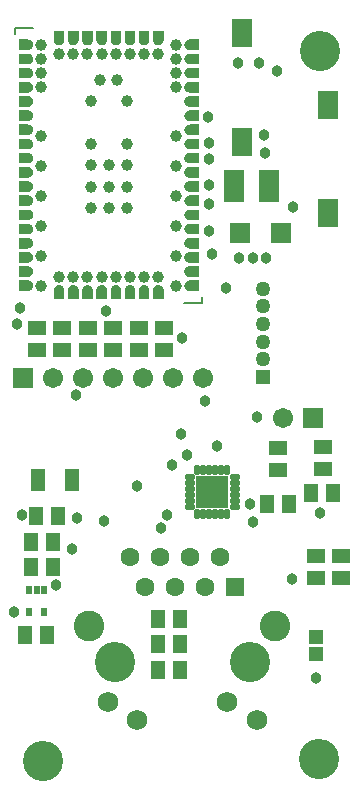
<source format=gts>
G04*
G04 #@! TF.GenerationSoftware,Altium Limited,Altium Designer,20.0.10 (225)*
G04*
G04 Layer_Color=8388736*
%FSLAX25Y25*%
%MOIN*%
G70*
G01*
G75*
%ADD12C,0.00787*%
%ADD29R,0.06300X0.04800*%
%ADD30R,0.04619X0.04737*%
%ADD31R,0.04800X0.06300*%
%ADD32R,0.04934X0.07572*%
%ADD33R,0.02375X0.03162*%
%ADD34R,0.06706X0.11036*%
%ADD35C,0.03950*%
%ADD36R,0.07099X0.09422*%
%ADD37R,0.10642X0.10642*%
G04:AMPARAMS|DCode=38|XSize=35.95mil|YSize=18.63mil|CornerRadius=7.72mil|HoleSize=0mil|Usage=FLASHONLY|Rotation=0.000|XOffset=0mil|YOffset=0mil|HoleType=Round|Shape=RoundedRectangle|*
%AMROUNDEDRECTD38*
21,1,0.03595,0.00319,0,0,0.0*
21,1,0.02051,0.01863,0,0,0.0*
1,1,0.01544,0.01026,-0.00160*
1,1,0.01544,-0.01026,-0.00160*
1,1,0.01544,-0.01026,0.00160*
1,1,0.01544,0.01026,0.00160*
%
%ADD38ROUNDEDRECTD38*%
G04:AMPARAMS|DCode=39|XSize=35.95mil|YSize=18.63mil|CornerRadius=7.72mil|HoleSize=0mil|Usage=FLASHONLY|Rotation=90.000|XOffset=0mil|YOffset=0mil|HoleType=Round|Shape=RoundedRectangle|*
%AMROUNDEDRECTD39*
21,1,0.03595,0.00319,0,0,90.0*
21,1,0.02051,0.01863,0,0,90.0*
1,1,0.01544,0.00160,0.01026*
1,1,0.01544,0.00160,-0.01026*
1,1,0.01544,-0.00160,-0.01026*
1,1,0.01544,-0.00160,0.01026*
%
%ADD39ROUNDEDRECTD39*%
%ADD40R,0.06706X0.06706*%
%ADD41R,0.06304X0.06304*%
%ADD42C,0.06304*%
%ADD43C,0.10249*%
%ADD44C,0.06824*%
%ADD45C,0.13398*%
%ADD46R,0.05000X0.05000*%
%ADD47C,0.05000*%
%ADD48C,0.06706*%
%ADD49C,0.03800*%
G36*
X8119Y177871D02*
X8212Y177864D01*
X8304Y177851D01*
X8395Y177835D01*
X8485Y177813D01*
X8574Y177787D01*
X8662Y177756D01*
X8747Y177720D01*
X8831Y177680D01*
X8912Y177636D01*
X8991Y177587D01*
X9068Y177535D01*
X9142Y177479D01*
X9212Y177418D01*
X9279Y177354D01*
X9343Y177287D01*
X9403Y177217D01*
X9460Y177143D01*
X9512Y177067D01*
X9561Y176988D01*
X9605Y176906D01*
X9645Y176822D01*
X9680Y176736D01*
X9712Y176649D01*
X9738Y176560D01*
X9759Y176470D01*
X9776Y176379D01*
X9788Y176287D01*
X9796Y176194D01*
X9798Y176102D01*
X9796Y176009D01*
X9788Y175916D01*
X9776Y175824D01*
X9759Y175733D01*
X9738Y175643D01*
X9712Y175554D01*
X9680Y175467D01*
X9645Y175381D01*
X9605Y175297D01*
X9561Y175216D01*
X9512Y175137D01*
X9460Y175060D01*
X9403Y174987D01*
X9343Y174916D01*
X9279Y174849D01*
X9212Y174785D01*
X9142Y174725D01*
X9068Y174668D01*
X8991Y174616D01*
X8912Y174567D01*
X8831Y174523D01*
X8747Y174483D01*
X8662Y174448D01*
X8574Y174417D01*
X8485Y174390D01*
X8395Y174369D01*
X8304Y174352D01*
X8212Y174340D01*
X8119Y174332D01*
X8027Y174330D01*
X5074D01*
Y177873D01*
X8027D01*
X8119Y177871D01*
D02*
G37*
G36*
Y173146D02*
X8212Y173139D01*
X8304Y173127D01*
X8395Y173110D01*
X8485Y173089D01*
X8574Y173062D01*
X8662Y173031D01*
X8747Y172996D01*
X8831Y172956D01*
X8912Y172912D01*
X8991Y172863D01*
X9068Y172810D01*
X9142Y172754D01*
X9212Y172694D01*
X9279Y172630D01*
X9343Y172563D01*
X9403Y172492D01*
X9460Y172419D01*
X9512Y172342D01*
X9561Y172263D01*
X9605Y172181D01*
X9645Y172098D01*
X9680Y172012D01*
X9712Y171925D01*
X9738Y171836D01*
X9759Y171746D01*
X9776Y171654D01*
X9788Y171562D01*
X9796Y171470D01*
X9798Y171377D01*
X9796Y171284D01*
X9788Y171192D01*
X9776Y171100D01*
X9759Y171009D01*
X9738Y170919D01*
X9712Y170830D01*
X9680Y170742D01*
X9645Y170657D01*
X9605Y170573D01*
X9561Y170491D01*
X9512Y170412D01*
X9460Y170336D01*
X9403Y170262D01*
X9343Y170192D01*
X9279Y170124D01*
X9212Y170061D01*
X9142Y170000D01*
X9068Y169944D01*
X8991Y169891D01*
X8912Y169843D01*
X8831Y169799D01*
X8747Y169759D01*
X8662Y169723D01*
X8574Y169692D01*
X8485Y169666D01*
X8395Y169644D01*
X8304Y169627D01*
X8212Y169615D01*
X8119Y169608D01*
X8027Y169606D01*
X5074D01*
Y173149D01*
X8027D01*
X8119Y173146D01*
D02*
G37*
G36*
X18552Y171572D02*
X18645Y171564D01*
X18737Y171552D01*
X18828Y171535D01*
X18918Y171514D01*
X19007Y171487D01*
X19094Y171456D01*
X19180Y171421D01*
X19264Y171381D01*
X19345Y171337D01*
X19424Y171288D01*
X19501Y171236D01*
X19575Y171179D01*
X19645Y171119D01*
X19712Y171055D01*
X19776Y170988D01*
X19836Y170917D01*
X19893Y170844D01*
X19945Y170767D01*
X19994Y170688D01*
X20038Y170607D01*
X20078Y170523D01*
X20114Y170437D01*
X20145Y170350D01*
X20171Y170261D01*
X20193Y170171D01*
X20210Y170080D01*
X20222Y169988D01*
X20229Y169895D01*
X20231Y169802D01*
Y166850D01*
X16688D01*
Y169802D01*
X16690Y169895D01*
X16698Y169988D01*
X16710Y170080D01*
X16727Y170171D01*
X16748Y170261D01*
X16775Y170350D01*
X16806Y170437D01*
X16841Y170523D01*
X16881Y170607D01*
X16925Y170688D01*
X16974Y170767D01*
X17026Y170844D01*
X17083Y170917D01*
X17143Y170988D01*
X17207Y171055D01*
X17274Y171119D01*
X17345Y171179D01*
X17418Y171236D01*
X17495Y171288D01*
X17574Y171337D01*
X17655Y171381D01*
X17739Y171421D01*
X17825Y171456D01*
X17912Y171487D01*
X18001Y171514D01*
X18091Y171535D01*
X18182Y171552D01*
X18274Y171564D01*
X18367Y171572D01*
X18460Y171574D01*
X18552Y171572D01*
D02*
G37*
G36*
X21415Y169895D02*
X21422Y169988D01*
X21434Y170080D01*
X21451Y170171D01*
X21473Y170261D01*
X21499Y170350D01*
X21530Y170437D01*
X21565Y170523D01*
X21606Y170607D01*
X21650Y170688D01*
X21698Y170767D01*
X21751Y170844D01*
X21807Y170917D01*
X21867Y170988D01*
X21931Y171055D01*
X21999Y171119D01*
X22069Y171179D01*
X22143Y171236D01*
X22219Y171288D01*
X22298Y171337D01*
X22380Y171381D01*
X22463Y171421D01*
X22549Y171456D01*
X22637Y171487D01*
X22726Y171514D01*
X22816Y171535D01*
X22907Y171552D01*
X22999Y171564D01*
X23091Y171572D01*
X23184Y171574D01*
X23277Y171572D01*
X23369Y171564D01*
X23461Y171552D01*
X23552Y171535D01*
X23643Y171514D01*
X23731Y171487D01*
X23819Y171456D01*
X23905Y171421D01*
X23988Y171381D01*
X24070Y171337D01*
X24149Y171288D01*
X24225Y171236D01*
X24299Y171179D01*
X24370Y171119D01*
X24437Y171055D01*
X24501Y170988D01*
X24561Y170917D01*
X24617Y170844D01*
X24670Y170767D01*
X24718Y170688D01*
X24763Y170607D01*
X24803Y170523D01*
X24838Y170437D01*
X24869Y170350D01*
X24895Y170261D01*
X24917Y170171D01*
X24934Y170080D01*
X24946Y169988D01*
X24953Y169895D01*
X24956Y169802D01*
Y166850D01*
X21412D01*
Y169802D01*
X21415Y169895D01*
D02*
G37*
G36*
X26139D02*
X26147Y169988D01*
X26159Y170080D01*
X26175Y170171D01*
X26197Y170261D01*
X26223Y170350D01*
X26254Y170437D01*
X26290Y170523D01*
X26330Y170607D01*
X26374Y170688D01*
X26423Y170767D01*
X26475Y170844D01*
X26532Y170917D01*
X26592Y170988D01*
X26656Y171055D01*
X26723Y171119D01*
X26794Y171179D01*
X26867Y171236D01*
X26943Y171288D01*
X27023Y171337D01*
X27104Y171381D01*
X27188Y171421D01*
X27273Y171456D01*
X27361Y171487D01*
X27450Y171514D01*
X27540Y171535D01*
X27631Y171552D01*
X27723Y171564D01*
X27816Y171572D01*
X27908Y171574D01*
X28001Y171572D01*
X28094Y171564D01*
X28186Y171552D01*
X28277Y171535D01*
X28367Y171514D01*
X28456Y171487D01*
X28543Y171456D01*
X28629Y171421D01*
X28713Y171381D01*
X28794Y171337D01*
X28873Y171288D01*
X28950Y171236D01*
X29023Y171179D01*
X29094Y171119D01*
X29161Y171055D01*
X29225Y170988D01*
X29285Y170917D01*
X29342Y170844D01*
X29394Y170767D01*
X29443Y170688D01*
X29487Y170607D01*
X29527Y170523D01*
X29562Y170437D01*
X29593Y170350D01*
X29620Y170261D01*
X29641Y170171D01*
X29658Y170080D01*
X29670Y169988D01*
X29678Y169895D01*
X29680Y169802D01*
Y166850D01*
X26137D01*
Y169802D01*
X26139Y169895D01*
D02*
G37*
G36*
X30864D02*
X30871Y169988D01*
X30883Y170080D01*
X30900Y170171D01*
X30922Y170261D01*
X30948Y170350D01*
X30979Y170437D01*
X31014Y170523D01*
X31054Y170607D01*
X31099Y170688D01*
X31147Y170767D01*
X31199Y170844D01*
X31256Y170917D01*
X31316Y170988D01*
X31380Y171055D01*
X31447Y171119D01*
X31518Y171179D01*
X31591Y171236D01*
X31668Y171288D01*
X31747Y171337D01*
X31828Y171381D01*
X31912Y171421D01*
X31998Y171456D01*
X32085Y171487D01*
X32174Y171514D01*
X32265Y171535D01*
X32356Y171552D01*
X32448Y171564D01*
X32540Y171572D01*
X32633Y171574D01*
X32726Y171572D01*
X32818Y171564D01*
X32910Y171552D01*
X33001Y171535D01*
X33091Y171514D01*
X33180Y171487D01*
X33268Y171456D01*
X33353Y171421D01*
X33437Y171381D01*
X33519Y171337D01*
X33598Y171288D01*
X33674Y171236D01*
X33748Y171179D01*
X33818Y171119D01*
X33886Y171055D01*
X33949Y170988D01*
X34010Y170917D01*
X34066Y170844D01*
X34119Y170767D01*
X34167Y170688D01*
X34211Y170607D01*
X34251Y170523D01*
X34287Y170437D01*
X34318Y170350D01*
X34344Y170261D01*
X34366Y170171D01*
X34383Y170080D01*
X34395Y169988D01*
X34402Y169895D01*
X34405Y169802D01*
Y166850D01*
X30861D01*
Y169802D01*
X30864Y169895D01*
D02*
G37*
G36*
X8027Y182598D02*
X8119Y182595D01*
X8212Y182588D01*
X8304Y182576D01*
X8395Y182559D01*
X8485Y182537D01*
X8574Y182511D01*
X8662Y182480D01*
X8747Y182445D01*
X8831Y182405D01*
X8912Y182360D01*
X8991Y182312D01*
X9068Y182259D01*
X9142Y182203D01*
X9212Y182143D01*
X9279Y182079D01*
X9343Y182011D01*
X9403Y181941D01*
X9460Y181867D01*
X9512Y181791D01*
X9561Y181712D01*
X9605Y181630D01*
X9645Y181547D01*
X9680Y181461D01*
X9712Y181374D01*
X9738Y181285D01*
X9759Y181194D01*
X9776Y181103D01*
X9788Y181011D01*
X9796Y180919D01*
X9798Y180826D01*
X9796Y180733D01*
X9788Y180641D01*
X9776Y180549D01*
X9759Y180458D01*
X9738Y180368D01*
X9712Y180279D01*
X9680Y180191D01*
X9645Y180105D01*
X9605Y180022D01*
X9561Y179940D01*
X9512Y179861D01*
X9460Y179785D01*
X9403Y179711D01*
X9343Y179641D01*
X9279Y179573D01*
X9212Y179509D01*
X9142Y179449D01*
X9068Y179393D01*
X8991Y179340D01*
X8912Y179292D01*
X8831Y179247D01*
X8747Y179208D01*
X8662Y179172D01*
X8574Y179141D01*
X8485Y179115D01*
X8395Y179093D01*
X8304Y179076D01*
X8212Y179064D01*
X8119Y179057D01*
X8027Y179054D01*
X5074D01*
Y182598D01*
X8027D01*
D02*
G37*
G36*
Y187322D02*
X8119Y187320D01*
X8212Y187312D01*
X8304Y187300D01*
X8395Y187283D01*
X8485Y187262D01*
X8574Y187235D01*
X8662Y187204D01*
X8747Y187169D01*
X8831Y187129D01*
X8912Y187085D01*
X8991Y187036D01*
X9068Y186984D01*
X9142Y186927D01*
X9212Y186867D01*
X9279Y186803D01*
X9343Y186736D01*
X9403Y186665D01*
X9460Y186592D01*
X9512Y186515D01*
X9561Y186436D01*
X9605Y186355D01*
X9645Y186271D01*
X9680Y186185D01*
X9712Y186098D01*
X9738Y186009D01*
X9759Y185919D01*
X9776Y185828D01*
X9788Y185736D01*
X9796Y185643D01*
X9798Y185550D01*
X9796Y185458D01*
X9788Y185365D01*
X9776Y185273D01*
X9759Y185182D01*
X9738Y185092D01*
X9712Y185003D01*
X9680Y184915D01*
X9645Y184830D01*
X9605Y184746D01*
X9561Y184665D01*
X9512Y184585D01*
X9460Y184509D01*
X9403Y184435D01*
X9343Y184365D01*
X9279Y184298D01*
X9212Y184234D01*
X9142Y184174D01*
X9068Y184117D01*
X8991Y184065D01*
X8912Y184016D01*
X8831Y183972D01*
X8747Y183932D01*
X8662Y183897D01*
X8574Y183865D01*
X8485Y183839D01*
X8395Y183818D01*
X8304Y183801D01*
X8212Y183789D01*
X8119Y183781D01*
X8027Y183779D01*
X5074D01*
Y187322D01*
X8027D01*
D02*
G37*
G36*
Y192046D02*
X8119Y192044D01*
X8212Y192037D01*
X8304Y192025D01*
X8395Y192008D01*
X8485Y191986D01*
X8574Y191960D01*
X8662Y191929D01*
X8747Y191893D01*
X8831Y191853D01*
X8912Y191809D01*
X8991Y191761D01*
X9068Y191708D01*
X9142Y191652D01*
X9212Y191592D01*
X9279Y191528D01*
X9343Y191460D01*
X9403Y191390D01*
X9460Y191316D01*
X9512Y191240D01*
X9561Y191161D01*
X9605Y191079D01*
X9645Y190996D01*
X9680Y190910D01*
X9712Y190822D01*
X9738Y190733D01*
X9759Y190643D01*
X9776Y190552D01*
X9788Y190460D01*
X9796Y190368D01*
X9798Y190275D01*
X9796Y190182D01*
X9788Y190090D01*
X9776Y189998D01*
X9759Y189907D01*
X9738Y189816D01*
X9712Y189727D01*
X9680Y189640D01*
X9645Y189554D01*
X9605Y189471D01*
X9561Y189389D01*
X9512Y189310D01*
X9460Y189234D01*
X9403Y189160D01*
X9343Y189089D01*
X9279Y189022D01*
X9212Y188958D01*
X9142Y188898D01*
X9068Y188842D01*
X8991Y188789D01*
X8912Y188741D01*
X8831Y188696D01*
X8747Y188656D01*
X8662Y188621D01*
X8574Y188590D01*
X8485Y188564D01*
X8395Y188542D01*
X8304Y188525D01*
X8212Y188513D01*
X8119Y188506D01*
X8027Y188503D01*
X5074D01*
Y192046D01*
X8027D01*
D02*
G37*
G36*
Y196771D02*
X8119Y196768D01*
X8212Y196761D01*
X8304Y196749D01*
X8395Y196732D01*
X8485Y196711D01*
X8574Y196684D01*
X8662Y196653D01*
X8747Y196618D01*
X8831Y196578D01*
X8912Y196534D01*
X8991Y196485D01*
X9068Y196433D01*
X9142Y196376D01*
X9212Y196316D01*
X9279Y196252D01*
X9343Y196185D01*
X9403Y196114D01*
X9460Y196041D01*
X9512Y195964D01*
X9561Y195885D01*
X9605Y195804D01*
X9645Y195720D01*
X9680Y195634D01*
X9712Y195547D01*
X9738Y195458D01*
X9759Y195368D01*
X9776Y195276D01*
X9788Y195185D01*
X9796Y195092D01*
X9798Y194999D01*
X9796Y194906D01*
X9788Y194814D01*
X9776Y194722D01*
X9759Y194631D01*
X9738Y194541D01*
X9712Y194452D01*
X9680Y194364D01*
X9645Y194279D01*
X9605Y194195D01*
X9561Y194113D01*
X9512Y194034D01*
X9460Y193958D01*
X9403Y193884D01*
X9343Y193814D01*
X9279Y193746D01*
X9212Y193683D01*
X9142Y193622D01*
X9068Y193566D01*
X8991Y193513D01*
X8912Y193465D01*
X8831Y193421D01*
X8747Y193381D01*
X8662Y193345D01*
X8574Y193314D01*
X8485Y193288D01*
X8395Y193266D01*
X8304Y193249D01*
X8212Y193237D01*
X8119Y193230D01*
X8027Y193228D01*
X5074D01*
Y196771D01*
X8027D01*
D02*
G37*
G36*
Y201495D02*
X8119Y201493D01*
X8212Y201486D01*
X8304Y201473D01*
X8395Y201457D01*
X8485Y201435D01*
X8574Y201409D01*
X8662Y201378D01*
X8747Y201342D01*
X8831Y201302D01*
X8912Y201258D01*
X8991Y201209D01*
X9068Y201157D01*
X9142Y201100D01*
X9212Y201040D01*
X9279Y200976D01*
X9343Y200909D01*
X9403Y200839D01*
X9460Y200765D01*
X9512Y200689D01*
X9561Y200609D01*
X9605Y200528D01*
X9645Y200444D01*
X9680Y200359D01*
X9712Y200271D01*
X9738Y200182D01*
X9759Y200092D01*
X9776Y200001D01*
X9788Y199909D01*
X9796Y199816D01*
X9798Y199724D01*
X9796Y199631D01*
X9788Y199539D01*
X9776Y199446D01*
X9759Y199355D01*
X9738Y199265D01*
X9712Y199176D01*
X9680Y199089D01*
X9645Y199003D01*
X9605Y198919D01*
X9561Y198838D01*
X9512Y198759D01*
X9460Y198682D01*
X9403Y198609D01*
X9343Y198538D01*
X9279Y198471D01*
X9212Y198407D01*
X9142Y198347D01*
X9068Y198290D01*
X8991Y198238D01*
X8912Y198189D01*
X8831Y198145D01*
X8747Y198105D01*
X8662Y198070D01*
X8574Y198039D01*
X8485Y198012D01*
X8395Y197991D01*
X8304Y197974D01*
X8212Y197962D01*
X8119Y197954D01*
X8027Y197952D01*
X5074D01*
Y201495D01*
X8027D01*
D02*
G37*
G36*
Y206220D02*
X8119Y206217D01*
X8212Y206210D01*
X8304Y206198D01*
X8395Y206181D01*
X8485Y206159D01*
X8574Y206133D01*
X8662Y206102D01*
X8747Y206067D01*
X8831Y206027D01*
X8912Y205982D01*
X8991Y205934D01*
X9068Y205881D01*
X9142Y205825D01*
X9212Y205765D01*
X9279Y205701D01*
X9343Y205634D01*
X9403Y205563D01*
X9460Y205489D01*
X9512Y205413D01*
X9561Y205334D01*
X9605Y205252D01*
X9645Y205169D01*
X9680Y205083D01*
X9712Y204996D01*
X9738Y204907D01*
X9759Y204816D01*
X9776Y204725D01*
X9788Y204633D01*
X9796Y204541D01*
X9798Y204448D01*
X9796Y204355D01*
X9788Y204263D01*
X9776Y204171D01*
X9759Y204080D01*
X9738Y203990D01*
X9712Y203901D01*
X9680Y203813D01*
X9645Y203728D01*
X9605Y203644D01*
X9561Y203562D01*
X9512Y203483D01*
X9460Y203407D01*
X9403Y203333D01*
X9343Y203263D01*
X9279Y203195D01*
X9212Y203132D01*
X9142Y203071D01*
X9068Y203015D01*
X8991Y202962D01*
X8912Y202914D01*
X8831Y202870D01*
X8747Y202830D01*
X8662Y202794D01*
X8574Y202763D01*
X8485Y202737D01*
X8395Y202715D01*
X8304Y202698D01*
X8212Y202686D01*
X8119Y202679D01*
X8027Y202676D01*
X5074D01*
Y206220D01*
X8027D01*
D02*
G37*
G36*
Y210944D02*
X8119Y210942D01*
X8212Y210934D01*
X8304Y210922D01*
X8395Y210905D01*
X8485Y210884D01*
X8574Y210857D01*
X8662Y210826D01*
X8747Y210791D01*
X8831Y210751D01*
X8912Y210707D01*
X8991Y210658D01*
X9068Y210606D01*
X9142Y210549D01*
X9212Y210489D01*
X9279Y210425D01*
X9343Y210358D01*
X9403Y210287D01*
X9460Y210214D01*
X9512Y210137D01*
X9561Y210058D01*
X9605Y209977D01*
X9645Y209893D01*
X9680Y209807D01*
X9712Y209720D01*
X9738Y209631D01*
X9759Y209541D01*
X9776Y209450D01*
X9788Y209358D01*
X9796Y209265D01*
X9798Y209173D01*
X9796Y209080D01*
X9788Y208987D01*
X9776Y208895D01*
X9759Y208804D01*
X9738Y208714D01*
X9712Y208625D01*
X9680Y208538D01*
X9645Y208452D01*
X9605Y208368D01*
X9561Y208287D01*
X9512Y208208D01*
X9460Y208131D01*
X9403Y208058D01*
X9343Y207987D01*
X9279Y207920D01*
X9212Y207856D01*
X9142Y207796D01*
X9068Y207739D01*
X8991Y207687D01*
X8912Y207638D01*
X8831Y207594D01*
X8747Y207554D01*
X8662Y207519D01*
X8574Y207488D01*
X8485Y207461D01*
X8395Y207440D01*
X8304Y207423D01*
X8212Y207411D01*
X8119Y207403D01*
X8027Y207401D01*
X5074D01*
Y210944D01*
X8027D01*
D02*
G37*
G36*
X35588Y169895D02*
X35595Y169988D01*
X35607Y170080D01*
X35624Y170171D01*
X35646Y170261D01*
X35672Y170350D01*
X35703Y170437D01*
X35739Y170523D01*
X35779Y170607D01*
X35823Y170688D01*
X35871Y170767D01*
X35924Y170844D01*
X35980Y170917D01*
X36041Y170988D01*
X36105Y171055D01*
X36172Y171119D01*
X36242Y171179D01*
X36316Y171236D01*
X36392Y171288D01*
X36471Y171337D01*
X36553Y171381D01*
X36637Y171421D01*
X36722Y171456D01*
X36810Y171487D01*
X36899Y171514D01*
X36989Y171535D01*
X37080Y171552D01*
X37172Y171564D01*
X37264Y171572D01*
X37357Y171574D01*
X37450Y171572D01*
X37542Y171564D01*
X37634Y171552D01*
X37726Y171535D01*
X37816Y171514D01*
X37905Y171487D01*
X37992Y171456D01*
X38078Y171421D01*
X38162Y171381D01*
X38243Y171337D01*
X38322Y171288D01*
X38399Y171236D01*
X38472Y171179D01*
X38543Y171119D01*
X38610Y171055D01*
X38674Y170988D01*
X38734Y170917D01*
X38791Y170844D01*
X38843Y170767D01*
X38892Y170688D01*
X38936Y170607D01*
X38976Y170523D01*
X39011Y170437D01*
X39042Y170350D01*
X39068Y170261D01*
X39090Y170171D01*
X39107Y170080D01*
X39119Y169988D01*
X39127Y169895D01*
X39129Y169802D01*
Y166850D01*
X35586D01*
Y169802D01*
X35588Y169895D01*
D02*
G37*
G36*
X40312D02*
X40320Y169988D01*
X40332Y170080D01*
X40349Y170171D01*
X40370Y170261D01*
X40397Y170350D01*
X40428Y170437D01*
X40463Y170523D01*
X40503Y170607D01*
X40547Y170688D01*
X40596Y170767D01*
X40648Y170844D01*
X40705Y170917D01*
X40765Y170988D01*
X40829Y171055D01*
X40896Y171119D01*
X40967Y171179D01*
X41040Y171236D01*
X41117Y171288D01*
X41196Y171337D01*
X41277Y171381D01*
X41361Y171421D01*
X41447Y171456D01*
X41534Y171487D01*
X41623Y171514D01*
X41713Y171535D01*
X41805Y171552D01*
X41897Y171564D01*
X41989Y171572D01*
X42082Y171574D01*
X42174Y171572D01*
X42267Y171564D01*
X42359Y171552D01*
X42450Y171535D01*
X42540Y171514D01*
X42629Y171487D01*
X42717Y171456D01*
X42802Y171421D01*
X42886Y171381D01*
X42968Y171337D01*
X43047Y171288D01*
X43123Y171236D01*
X43197Y171179D01*
X43267Y171119D01*
X43334Y171055D01*
X43398Y170988D01*
X43459Y170917D01*
X43515Y170844D01*
X43567Y170767D01*
X43616Y170688D01*
X43660Y170607D01*
X43700Y170523D01*
X43736Y170437D01*
X43767Y170350D01*
X43793Y170261D01*
X43815Y170171D01*
X43832Y170080D01*
X43844Y169988D01*
X43851Y169895D01*
X43853Y169802D01*
Y166850D01*
X40310D01*
Y169802D01*
X40312Y169895D01*
D02*
G37*
G36*
X45037D02*
X45044Y169988D01*
X45056Y170080D01*
X45073Y170171D01*
X45095Y170261D01*
X45121Y170350D01*
X45152Y170437D01*
X45188Y170523D01*
X45228Y170607D01*
X45272Y170688D01*
X45320Y170767D01*
X45373Y170844D01*
X45429Y170917D01*
X45489Y170988D01*
X45553Y171055D01*
X45621Y171119D01*
X45691Y171179D01*
X45765Y171236D01*
X45841Y171288D01*
X45920Y171337D01*
X46002Y171381D01*
X46086Y171421D01*
X46171Y171456D01*
X46259Y171487D01*
X46347Y171514D01*
X46438Y171535D01*
X46529Y171552D01*
X46621Y171564D01*
X46713Y171572D01*
X46806Y171574D01*
X46899Y171572D01*
X46991Y171564D01*
X47083Y171552D01*
X47174Y171535D01*
X47265Y171514D01*
X47354Y171487D01*
X47441Y171456D01*
X47527Y171421D01*
X47610Y171381D01*
X47692Y171337D01*
X47771Y171288D01*
X47847Y171236D01*
X47921Y171179D01*
X47991Y171119D01*
X48059Y171055D01*
X48123Y170988D01*
X48183Y170917D01*
X48239Y170844D01*
X48292Y170767D01*
X48340Y170688D01*
X48385Y170607D01*
X48425Y170523D01*
X48460Y170437D01*
X48491Y170350D01*
X48517Y170261D01*
X48539Y170171D01*
X48556Y170080D01*
X48568Y169988D01*
X48575Y169895D01*
X48578Y169802D01*
Y166850D01*
X45034D01*
Y169802D01*
X45037Y169895D01*
D02*
G37*
G36*
X49761D02*
X49768Y169988D01*
X49781Y170080D01*
X49797Y170171D01*
X49819Y170261D01*
X49845Y170350D01*
X49876Y170437D01*
X49912Y170523D01*
X49952Y170607D01*
X49996Y170688D01*
X50045Y170767D01*
X50097Y170844D01*
X50154Y170917D01*
X50214Y170988D01*
X50278Y171055D01*
X50345Y171119D01*
X50416Y171179D01*
X50489Y171236D01*
X50566Y171288D01*
X50645Y171337D01*
X50726Y171381D01*
X50810Y171421D01*
X50896Y171456D01*
X50983Y171487D01*
X51072Y171514D01*
X51162Y171535D01*
X51253Y171552D01*
X51345Y171564D01*
X51438Y171572D01*
X51530Y171574D01*
X51623Y171572D01*
X51716Y171564D01*
X51808Y171552D01*
X51899Y171535D01*
X51989Y171514D01*
X52078Y171487D01*
X52165Y171456D01*
X52251Y171421D01*
X52335Y171381D01*
X52416Y171337D01*
X52495Y171288D01*
X52572Y171236D01*
X52645Y171179D01*
X52716Y171119D01*
X52783Y171055D01*
X52847Y170988D01*
X52907Y170917D01*
X52964Y170844D01*
X53016Y170767D01*
X53065Y170688D01*
X53109Y170607D01*
X53149Y170523D01*
X53184Y170437D01*
X53215Y170350D01*
X53242Y170261D01*
X53263Y170171D01*
X53280Y170080D01*
X53292Y169988D01*
X53300Y169895D01*
X53302Y169802D01*
Y166850D01*
X49759D01*
Y169802D01*
X49761Y169895D01*
D02*
G37*
G36*
X60194Y171470D02*
X60202Y171562D01*
X60214Y171654D01*
X60231Y171746D01*
X60252Y171836D01*
X60279Y171925D01*
X60310Y172012D01*
X60345Y172098D01*
X60385Y172181D01*
X60429Y172263D01*
X60478Y172342D01*
X60530Y172419D01*
X60587Y172492D01*
X60647Y172563D01*
X60711Y172630D01*
X60778Y172694D01*
X60849Y172754D01*
X60922Y172810D01*
X60999Y172863D01*
X61078Y172912D01*
X61159Y172956D01*
X61243Y172996D01*
X61329Y173031D01*
X61416Y173062D01*
X61505Y173089D01*
X61595Y173110D01*
X61686Y173127D01*
X61778Y173139D01*
X61871Y173146D01*
X61963Y173149D01*
X64916D01*
Y169606D01*
X61963D01*
X61871Y169608D01*
X61778Y169615D01*
X61686Y169627D01*
X61595Y169644D01*
X61505Y169666D01*
X61416Y169692D01*
X61329Y169723D01*
X61243Y169759D01*
X61159Y169799D01*
X61078Y169843D01*
X60999Y169891D01*
X60922Y169944D01*
X60849Y170000D01*
X60778Y170061D01*
X60711Y170124D01*
X60647Y170192D01*
X60587Y170262D01*
X60530Y170336D01*
X60478Y170412D01*
X60429Y170491D01*
X60385Y170573D01*
X60345Y170657D01*
X60310Y170742D01*
X60279Y170830D01*
X60252Y170919D01*
X60231Y171009D01*
X60214Y171100D01*
X60202Y171192D01*
X60194Y171284D01*
X60192Y171377D01*
X60194Y171470D01*
D02*
G37*
G36*
Y176194D02*
X60202Y176287D01*
X60214Y176379D01*
X60231Y176470D01*
X60252Y176560D01*
X60279Y176649D01*
X60310Y176736D01*
X60345Y176822D01*
X60385Y176906D01*
X60429Y176988D01*
X60478Y177067D01*
X60530Y177143D01*
X60587Y177217D01*
X60647Y177287D01*
X60711Y177354D01*
X60778Y177418D01*
X60849Y177479D01*
X60922Y177535D01*
X60999Y177587D01*
X61078Y177636D01*
X61159Y177680D01*
X61243Y177720D01*
X61329Y177756D01*
X61416Y177787D01*
X61505Y177813D01*
X61595Y177835D01*
X61686Y177851D01*
X61778Y177864D01*
X61871Y177871D01*
X61963Y177873D01*
X64916D01*
Y174330D01*
X61963D01*
X61871Y174332D01*
X61778Y174340D01*
X61686Y174352D01*
X61595Y174369D01*
X61505Y174390D01*
X61416Y174417D01*
X61329Y174448D01*
X61243Y174483D01*
X61159Y174523D01*
X61078Y174567D01*
X60999Y174616D01*
X60922Y174668D01*
X60849Y174725D01*
X60778Y174785D01*
X60711Y174849D01*
X60647Y174916D01*
X60587Y174987D01*
X60530Y175060D01*
X60478Y175137D01*
X60429Y175216D01*
X60385Y175297D01*
X60345Y175381D01*
X60310Y175467D01*
X60279Y175554D01*
X60252Y175643D01*
X60231Y175733D01*
X60214Y175824D01*
X60202Y175916D01*
X60194Y176009D01*
X60192Y176102D01*
X60194Y176194D01*
D02*
G37*
G36*
Y180919D02*
X60202Y181011D01*
X60214Y181103D01*
X60231Y181194D01*
X60252Y181285D01*
X60279Y181374D01*
X60310Y181461D01*
X60345Y181547D01*
X60385Y181630D01*
X60429Y181712D01*
X60478Y181791D01*
X60530Y181867D01*
X60587Y181941D01*
X60647Y182011D01*
X60711Y182079D01*
X60778Y182143D01*
X60849Y182203D01*
X60922Y182259D01*
X60999Y182312D01*
X61078Y182360D01*
X61159Y182405D01*
X61243Y182445D01*
X61329Y182480D01*
X61416Y182511D01*
X61505Y182537D01*
X61595Y182559D01*
X61686Y182576D01*
X61778Y182588D01*
X61871Y182595D01*
X61963Y182598D01*
X64916D01*
Y179054D01*
X61963D01*
X61871Y179057D01*
X61778Y179064D01*
X61686Y179076D01*
X61595Y179093D01*
X61505Y179115D01*
X61416Y179141D01*
X61329Y179172D01*
X61243Y179208D01*
X61159Y179247D01*
X61078Y179292D01*
X60999Y179340D01*
X60922Y179393D01*
X60849Y179449D01*
X60778Y179509D01*
X60711Y179573D01*
X60647Y179641D01*
X60587Y179711D01*
X60530Y179785D01*
X60478Y179861D01*
X60429Y179940D01*
X60385Y180022D01*
X60345Y180105D01*
X60310Y180191D01*
X60279Y180279D01*
X60252Y180368D01*
X60231Y180458D01*
X60214Y180549D01*
X60202Y180641D01*
X60194Y180733D01*
X60192Y180826D01*
X60194Y180919D01*
D02*
G37*
G36*
Y185643D02*
X60202Y185736D01*
X60214Y185828D01*
X60231Y185919D01*
X60252Y186009D01*
X60279Y186098D01*
X60310Y186185D01*
X60345Y186271D01*
X60385Y186355D01*
X60429Y186436D01*
X60478Y186515D01*
X60530Y186592D01*
X60587Y186665D01*
X60647Y186736D01*
X60711Y186803D01*
X60778Y186867D01*
X60849Y186927D01*
X60922Y186984D01*
X60999Y187036D01*
X61078Y187085D01*
X61159Y187129D01*
X61243Y187169D01*
X61329Y187204D01*
X61416Y187235D01*
X61505Y187262D01*
X61595Y187283D01*
X61686Y187300D01*
X61778Y187312D01*
X61871Y187320D01*
X61963Y187322D01*
X64916D01*
Y183779D01*
X61963D01*
X61871Y183781D01*
X61778Y183789D01*
X61686Y183801D01*
X61595Y183818D01*
X61505Y183839D01*
X61416Y183865D01*
X61329Y183897D01*
X61243Y183932D01*
X61159Y183972D01*
X61078Y184016D01*
X60999Y184065D01*
X60922Y184117D01*
X60849Y184174D01*
X60778Y184234D01*
X60711Y184298D01*
X60647Y184365D01*
X60587Y184435D01*
X60530Y184509D01*
X60478Y184585D01*
X60429Y184665D01*
X60385Y184746D01*
X60345Y184830D01*
X60310Y184915D01*
X60279Y185003D01*
X60252Y185092D01*
X60231Y185182D01*
X60214Y185273D01*
X60202Y185365D01*
X60194Y185458D01*
X60192Y185550D01*
X60194Y185643D01*
D02*
G37*
G36*
Y190368D02*
X60202Y190460D01*
X60214Y190552D01*
X60231Y190643D01*
X60252Y190733D01*
X60279Y190822D01*
X60310Y190910D01*
X60345Y190996D01*
X60385Y191079D01*
X60429Y191161D01*
X60478Y191240D01*
X60530Y191316D01*
X60587Y191390D01*
X60647Y191460D01*
X60711Y191528D01*
X60778Y191592D01*
X60849Y191652D01*
X60922Y191708D01*
X60999Y191761D01*
X61078Y191809D01*
X61159Y191853D01*
X61243Y191893D01*
X61329Y191929D01*
X61416Y191960D01*
X61505Y191986D01*
X61595Y192008D01*
X61686Y192025D01*
X61778Y192037D01*
X61871Y192044D01*
X61963Y192046D01*
X64916D01*
Y188503D01*
X61963D01*
X61871Y188506D01*
X61778Y188513D01*
X61686Y188525D01*
X61595Y188542D01*
X61505Y188564D01*
X61416Y188590D01*
X61329Y188621D01*
X61243Y188656D01*
X61159Y188696D01*
X61078Y188741D01*
X60999Y188789D01*
X60922Y188842D01*
X60849Y188898D01*
X60778Y188958D01*
X60711Y189022D01*
X60647Y189089D01*
X60587Y189160D01*
X60530Y189234D01*
X60478Y189310D01*
X60429Y189389D01*
X60385Y189471D01*
X60345Y189554D01*
X60310Y189640D01*
X60279Y189727D01*
X60252Y189816D01*
X60231Y189907D01*
X60214Y189998D01*
X60202Y190090D01*
X60194Y190182D01*
X60192Y190275D01*
X60194Y190368D01*
D02*
G37*
G36*
Y195092D02*
X60202Y195185D01*
X60214Y195276D01*
X60231Y195368D01*
X60252Y195458D01*
X60279Y195547D01*
X60310Y195634D01*
X60345Y195720D01*
X60385Y195804D01*
X60429Y195885D01*
X60478Y195964D01*
X60530Y196041D01*
X60587Y196114D01*
X60647Y196185D01*
X60711Y196252D01*
X60778Y196316D01*
X60849Y196376D01*
X60922Y196433D01*
X60999Y196485D01*
X61078Y196534D01*
X61159Y196578D01*
X61243Y196618D01*
X61329Y196653D01*
X61416Y196684D01*
X61505Y196711D01*
X61595Y196732D01*
X61686Y196749D01*
X61778Y196761D01*
X61871Y196768D01*
X61963Y196771D01*
X64916D01*
Y193228D01*
X61963D01*
X61871Y193230D01*
X61778Y193237D01*
X61686Y193249D01*
X61595Y193266D01*
X61505Y193288D01*
X61416Y193314D01*
X61329Y193345D01*
X61243Y193381D01*
X61159Y193421D01*
X61078Y193465D01*
X60999Y193513D01*
X60922Y193566D01*
X60849Y193622D01*
X60778Y193683D01*
X60711Y193746D01*
X60647Y193814D01*
X60587Y193884D01*
X60530Y193958D01*
X60478Y194034D01*
X60429Y194113D01*
X60385Y194195D01*
X60345Y194279D01*
X60310Y194364D01*
X60279Y194452D01*
X60252Y194541D01*
X60231Y194631D01*
X60214Y194722D01*
X60202Y194814D01*
X60194Y194906D01*
X60192Y194999D01*
X60194Y195092D01*
D02*
G37*
G36*
Y199816D02*
X60202Y199909D01*
X60214Y200001D01*
X60231Y200092D01*
X60252Y200182D01*
X60279Y200271D01*
X60310Y200359D01*
X60345Y200444D01*
X60385Y200528D01*
X60429Y200609D01*
X60478Y200689D01*
X60530Y200765D01*
X60587Y200839D01*
X60647Y200909D01*
X60711Y200976D01*
X60778Y201040D01*
X60849Y201100D01*
X60922Y201157D01*
X60999Y201209D01*
X61078Y201258D01*
X61159Y201302D01*
X61243Y201342D01*
X61329Y201378D01*
X61416Y201409D01*
X61505Y201435D01*
X61595Y201457D01*
X61686Y201473D01*
X61778Y201486D01*
X61871Y201493D01*
X61963Y201495D01*
X64916D01*
Y197952D01*
X61963D01*
X61871Y197954D01*
X61778Y197962D01*
X61686Y197974D01*
X61595Y197991D01*
X61505Y198012D01*
X61416Y198039D01*
X61329Y198070D01*
X61243Y198105D01*
X61159Y198145D01*
X61078Y198189D01*
X60999Y198238D01*
X60922Y198290D01*
X60849Y198347D01*
X60778Y198407D01*
X60711Y198471D01*
X60647Y198538D01*
X60587Y198609D01*
X60530Y198682D01*
X60478Y198759D01*
X60429Y198838D01*
X60385Y198919D01*
X60345Y199003D01*
X60310Y199089D01*
X60279Y199176D01*
X60252Y199265D01*
X60231Y199355D01*
X60214Y199446D01*
X60202Y199539D01*
X60194Y199631D01*
X60192Y199724D01*
X60194Y199816D01*
D02*
G37*
G36*
Y204541D02*
X60202Y204633D01*
X60214Y204725D01*
X60231Y204816D01*
X60252Y204907D01*
X60279Y204996D01*
X60310Y205083D01*
X60345Y205169D01*
X60385Y205252D01*
X60429Y205334D01*
X60478Y205413D01*
X60530Y205489D01*
X60587Y205563D01*
X60647Y205634D01*
X60711Y205701D01*
X60778Y205765D01*
X60849Y205825D01*
X60922Y205881D01*
X60999Y205934D01*
X61078Y205982D01*
X61159Y206027D01*
X61243Y206067D01*
X61329Y206102D01*
X61416Y206133D01*
X61505Y206159D01*
X61595Y206181D01*
X61686Y206198D01*
X61778Y206210D01*
X61871Y206217D01*
X61963Y206220D01*
X64916D01*
Y202676D01*
X61963D01*
X61871Y202679D01*
X61778Y202686D01*
X61686Y202698D01*
X61595Y202715D01*
X61505Y202737D01*
X61416Y202763D01*
X61329Y202794D01*
X61243Y202830D01*
X61159Y202870D01*
X61078Y202914D01*
X60999Y202962D01*
X60922Y203015D01*
X60849Y203071D01*
X60778Y203132D01*
X60711Y203195D01*
X60647Y203263D01*
X60587Y203333D01*
X60530Y203407D01*
X60478Y203483D01*
X60429Y203562D01*
X60385Y203644D01*
X60345Y203728D01*
X60310Y203813D01*
X60279Y203901D01*
X60252Y203990D01*
X60231Y204080D01*
X60214Y204171D01*
X60202Y204263D01*
X60194Y204355D01*
X60192Y204448D01*
X60194Y204541D01*
D02*
G37*
G36*
Y209265D02*
X60202Y209358D01*
X60214Y209450D01*
X60231Y209541D01*
X60252Y209631D01*
X60279Y209720D01*
X60310Y209807D01*
X60345Y209893D01*
X60385Y209977D01*
X60429Y210058D01*
X60478Y210137D01*
X60530Y210214D01*
X60587Y210287D01*
X60647Y210358D01*
X60711Y210425D01*
X60778Y210489D01*
X60849Y210549D01*
X60922Y210606D01*
X60999Y210658D01*
X61078Y210707D01*
X61159Y210751D01*
X61243Y210791D01*
X61329Y210826D01*
X61416Y210857D01*
X61505Y210884D01*
X61595Y210905D01*
X61686Y210922D01*
X61778Y210934D01*
X61871Y210942D01*
X61963Y210944D01*
X64916D01*
Y207401D01*
X61963D01*
X61871Y207403D01*
X61778Y207411D01*
X61686Y207423D01*
X61595Y207440D01*
X61505Y207461D01*
X61416Y207488D01*
X61329Y207519D01*
X61243Y207554D01*
X61159Y207594D01*
X61078Y207638D01*
X60999Y207687D01*
X60922Y207739D01*
X60849Y207796D01*
X60778Y207856D01*
X60711Y207920D01*
X60647Y207987D01*
X60587Y208058D01*
X60530Y208131D01*
X60478Y208208D01*
X60429Y208287D01*
X60385Y208368D01*
X60345Y208452D01*
X60310Y208538D01*
X60279Y208625D01*
X60252Y208714D01*
X60231Y208804D01*
X60214Y208895D01*
X60202Y208987D01*
X60194Y209080D01*
X60192Y209173D01*
X60194Y209265D01*
D02*
G37*
G36*
X8027Y215669D02*
X8119Y215666D01*
X8212Y215659D01*
X8304Y215647D01*
X8395Y215630D01*
X8485Y215608D01*
X8574Y215582D01*
X8662Y215551D01*
X8747Y215515D01*
X8831Y215476D01*
X8912Y215431D01*
X8991Y215383D01*
X9068Y215330D01*
X9142Y215274D01*
X9212Y215213D01*
X9279Y215150D01*
X9343Y215082D01*
X9403Y215012D01*
X9460Y214938D01*
X9512Y214862D01*
X9561Y214783D01*
X9605Y214701D01*
X9645Y214617D01*
X9680Y214532D01*
X9712Y214444D01*
X9738Y214355D01*
X9759Y214265D01*
X9776Y214174D01*
X9788Y214082D01*
X9796Y213990D01*
X9798Y213897D01*
X9796Y213804D01*
X9788Y213712D01*
X9776Y213620D01*
X9759Y213529D01*
X9738Y213438D01*
X9712Y213349D01*
X9680Y213262D01*
X9645Y213176D01*
X9605Y213093D01*
X9561Y213011D01*
X9512Y212932D01*
X9460Y212856D01*
X9403Y212782D01*
X9343Y212711D01*
X9279Y212644D01*
X9212Y212580D01*
X9142Y212520D01*
X9068Y212464D01*
X8991Y212411D01*
X8912Y212363D01*
X8831Y212318D01*
X8747Y212278D01*
X8662Y212243D01*
X8574Y212212D01*
X8485Y212186D01*
X8395Y212164D01*
X8304Y212147D01*
X8212Y212135D01*
X8119Y212128D01*
X8027Y212125D01*
X5074D01*
Y215669D01*
X8027D01*
D02*
G37*
G36*
Y220393D02*
X8119Y220391D01*
X8212Y220383D01*
X8304Y220371D01*
X8395Y220354D01*
X8485Y220333D01*
X8574Y220306D01*
X8662Y220275D01*
X8747Y220240D01*
X8831Y220200D01*
X8912Y220156D01*
X8991Y220107D01*
X9068Y220055D01*
X9142Y219998D01*
X9212Y219938D01*
X9279Y219874D01*
X9343Y219807D01*
X9403Y219736D01*
X9460Y219663D01*
X9512Y219586D01*
X9561Y219507D01*
X9605Y219426D01*
X9645Y219342D01*
X9680Y219256D01*
X9712Y219169D01*
X9738Y219080D01*
X9759Y218990D01*
X9776Y218899D01*
X9788Y218807D01*
X9796Y218714D01*
X9798Y218621D01*
X9796Y218529D01*
X9788Y218436D01*
X9776Y218344D01*
X9759Y218253D01*
X9738Y218163D01*
X9712Y218074D01*
X9680Y217986D01*
X9645Y217901D01*
X9605Y217817D01*
X9561Y217736D01*
X9512Y217656D01*
X9460Y217580D01*
X9403Y217506D01*
X9343Y217436D01*
X9279Y217369D01*
X9212Y217305D01*
X9142Y217245D01*
X9068Y217188D01*
X8991Y217136D01*
X8912Y217087D01*
X8831Y217043D01*
X8747Y217003D01*
X8662Y216967D01*
X8574Y216936D01*
X8485Y216910D01*
X8395Y216888D01*
X8304Y216872D01*
X8212Y216859D01*
X8119Y216852D01*
X8027Y216850D01*
X5074D01*
Y220393D01*
X8027D01*
D02*
G37*
G36*
Y225117D02*
X8119Y225115D01*
X8212Y225108D01*
X8304Y225096D01*
X8395Y225079D01*
X8485Y225057D01*
X8574Y225031D01*
X8662Y225000D01*
X8747Y224964D01*
X8831Y224924D01*
X8912Y224880D01*
X8991Y224832D01*
X9068Y224779D01*
X9142Y224723D01*
X9212Y224662D01*
X9279Y224599D01*
X9343Y224531D01*
X9403Y224461D01*
X9460Y224387D01*
X9512Y224311D01*
X9561Y224232D01*
X9605Y224150D01*
X9645Y224066D01*
X9680Y223981D01*
X9712Y223893D01*
X9738Y223804D01*
X9759Y223714D01*
X9776Y223623D01*
X9788Y223531D01*
X9796Y223438D01*
X9798Y223346D01*
X9796Y223253D01*
X9788Y223161D01*
X9776Y223069D01*
X9759Y222977D01*
X9738Y222887D01*
X9712Y222798D01*
X9680Y222711D01*
X9645Y222625D01*
X9605Y222541D01*
X9561Y222460D01*
X9512Y222381D01*
X9460Y222304D01*
X9403Y222231D01*
X9343Y222160D01*
X9279Y222093D01*
X9212Y222029D01*
X9142Y221969D01*
X9068Y221912D01*
X8991Y221860D01*
X8912Y221811D01*
X8831Y221767D01*
X8747Y221727D01*
X8662Y221692D01*
X8574Y221661D01*
X8485Y221634D01*
X8395Y221613D01*
X8304Y221596D01*
X8212Y221584D01*
X8119Y221576D01*
X8027Y221574D01*
X5074D01*
Y225117D01*
X8027D01*
D02*
G37*
G36*
Y229842D02*
X8119Y229839D01*
X8212Y229832D01*
X8304Y229820D01*
X8395Y229803D01*
X8485Y229781D01*
X8574Y229755D01*
X8662Y229724D01*
X8747Y229689D01*
X8831Y229649D01*
X8912Y229604D01*
X8991Y229556D01*
X9068Y229503D01*
X9142Y229447D01*
X9212Y229387D01*
X9279Y229323D01*
X9343Y229256D01*
X9403Y229185D01*
X9460Y229112D01*
X9512Y229035D01*
X9561Y228956D01*
X9605Y228874D01*
X9645Y228791D01*
X9680Y228705D01*
X9712Y228618D01*
X9738Y228529D01*
X9759Y228438D01*
X9776Y228347D01*
X9788Y228255D01*
X9796Y228163D01*
X9798Y228070D01*
X9796Y227977D01*
X9788Y227885D01*
X9776Y227793D01*
X9759Y227702D01*
X9738Y227612D01*
X9712Y227523D01*
X9680Y227435D01*
X9645Y227349D01*
X9605Y227266D01*
X9561Y227184D01*
X9512Y227105D01*
X9460Y227029D01*
X9403Y226955D01*
X9343Y226885D01*
X9279Y226817D01*
X9212Y226753D01*
X9142Y226693D01*
X9068Y226637D01*
X8991Y226584D01*
X8912Y226536D01*
X8831Y226492D01*
X8747Y226452D01*
X8662Y226416D01*
X8574Y226385D01*
X8485Y226359D01*
X8395Y226337D01*
X8304Y226320D01*
X8212Y226308D01*
X8119Y226301D01*
X8027Y226298D01*
X5074D01*
Y229842D01*
X8027D01*
D02*
G37*
G36*
Y234566D02*
X8119Y234564D01*
X8212Y234557D01*
X8304Y234544D01*
X8395Y234527D01*
X8485Y234506D01*
X8574Y234479D01*
X8662Y234449D01*
X8747Y234413D01*
X8831Y234373D01*
X8912Y234329D01*
X8991Y234280D01*
X9068Y234228D01*
X9142Y234171D01*
X9212Y234111D01*
X9279Y234047D01*
X9343Y233980D01*
X9403Y233910D01*
X9460Y233836D01*
X9512Y233759D01*
X9561Y233680D01*
X9605Y233599D01*
X9645Y233515D01*
X9680Y233429D01*
X9712Y233342D01*
X9738Y233253D01*
X9759Y233163D01*
X9776Y233072D01*
X9788Y232980D01*
X9796Y232887D01*
X9798Y232794D01*
X9796Y232702D01*
X9788Y232609D01*
X9776Y232517D01*
X9759Y232426D01*
X9738Y232336D01*
X9712Y232247D01*
X9680Y232160D01*
X9645Y232074D01*
X9605Y231990D01*
X9561Y231909D01*
X9512Y231830D01*
X9460Y231753D01*
X9403Y231680D01*
X9343Y231609D01*
X9279Y231542D01*
X9212Y231478D01*
X9142Y231418D01*
X9068Y231361D01*
X8991Y231309D01*
X8912Y231260D01*
X8831Y231216D01*
X8747Y231176D01*
X8662Y231141D01*
X8574Y231110D01*
X8485Y231083D01*
X8395Y231062D01*
X8304Y231045D01*
X8212Y231033D01*
X8119Y231025D01*
X8027Y231023D01*
X5074D01*
Y234566D01*
X8027D01*
D02*
G37*
G36*
Y239291D02*
X8119Y239288D01*
X8212Y239281D01*
X8304Y239269D01*
X8395Y239252D01*
X8485Y239230D01*
X8574Y239204D01*
X8662Y239173D01*
X8747Y239137D01*
X8831Y239097D01*
X8912Y239053D01*
X8991Y239005D01*
X9068Y238952D01*
X9142Y238896D01*
X9212Y238836D01*
X9279Y238772D01*
X9343Y238704D01*
X9403Y238634D01*
X9460Y238560D01*
X9512Y238484D01*
X9561Y238405D01*
X9605Y238323D01*
X9645Y238240D01*
X9680Y238154D01*
X9712Y238066D01*
X9738Y237978D01*
X9759Y237887D01*
X9776Y237796D01*
X9788Y237704D01*
X9796Y237612D01*
X9798Y237519D01*
X9796Y237426D01*
X9788Y237334D01*
X9776Y237242D01*
X9759Y237151D01*
X9738Y237060D01*
X9712Y236971D01*
X9680Y236884D01*
X9645Y236798D01*
X9605Y236715D01*
X9561Y236633D01*
X9512Y236554D01*
X9460Y236478D01*
X9403Y236404D01*
X9343Y236333D01*
X9279Y236266D01*
X9212Y236202D01*
X9142Y236142D01*
X9068Y236086D01*
X8991Y236033D01*
X8912Y235985D01*
X8831Y235940D01*
X8747Y235900D01*
X8662Y235865D01*
X8574Y235834D01*
X8485Y235808D01*
X8395Y235786D01*
X8304Y235769D01*
X8212Y235757D01*
X8119Y235750D01*
X8027Y235747D01*
X5074D01*
Y239291D01*
X8027D01*
D02*
G37*
G36*
Y244015D02*
X8119Y244013D01*
X8212Y244005D01*
X8304Y243993D01*
X8395Y243976D01*
X8485Y243955D01*
X8574Y243928D01*
X8662Y243897D01*
X8747Y243862D01*
X8831Y243822D01*
X8912Y243778D01*
X8991Y243729D01*
X9068Y243677D01*
X9142Y243620D01*
X9212Y243560D01*
X9279Y243496D01*
X9343Y243429D01*
X9403Y243358D01*
X9460Y243285D01*
X9512Y243208D01*
X9561Y243129D01*
X9605Y243048D01*
X9645Y242964D01*
X9680Y242878D01*
X9712Y242791D01*
X9738Y242702D01*
X9759Y242612D01*
X9776Y242520D01*
X9788Y242428D01*
X9796Y242336D01*
X9798Y242243D01*
X9796Y242151D01*
X9788Y242058D01*
X9776Y241966D01*
X9759Y241875D01*
X9738Y241785D01*
X9712Y241696D01*
X9680Y241609D01*
X9645Y241523D01*
X9605Y241439D01*
X9561Y241357D01*
X9512Y241279D01*
X9460Y241202D01*
X9403Y241128D01*
X9343Y241058D01*
X9279Y240991D01*
X9212Y240927D01*
X9142Y240866D01*
X9068Y240810D01*
X8991Y240757D01*
X8912Y240709D01*
X8831Y240665D01*
X8747Y240625D01*
X8662Y240589D01*
X8574Y240558D01*
X8485Y240532D01*
X8395Y240510D01*
X8304Y240493D01*
X8212Y240481D01*
X8119Y240474D01*
X8027Y240472D01*
X5074D01*
Y244015D01*
X8027D01*
D02*
G37*
G36*
Y248739D02*
X8119Y248737D01*
X8212Y248730D01*
X8304Y248718D01*
X8395Y248701D01*
X8485Y248679D01*
X8574Y248653D01*
X8662Y248622D01*
X8747Y248586D01*
X8831Y248546D01*
X8912Y248502D01*
X8991Y248454D01*
X9068Y248401D01*
X9142Y248345D01*
X9212Y248284D01*
X9279Y248220D01*
X9343Y248153D01*
X9403Y248083D01*
X9460Y248009D01*
X9512Y247933D01*
X9561Y247854D01*
X9605Y247772D01*
X9645Y247688D01*
X9680Y247603D01*
X9712Y247515D01*
X9738Y247426D01*
X9759Y247336D01*
X9776Y247245D01*
X9788Y247153D01*
X9796Y247060D01*
X9798Y246968D01*
X9796Y246875D01*
X9788Y246783D01*
X9776Y246691D01*
X9759Y246599D01*
X9738Y246509D01*
X9712Y246420D01*
X9680Y246333D01*
X9645Y246247D01*
X9605Y246164D01*
X9561Y246082D01*
X9512Y246003D01*
X9460Y245926D01*
X9403Y245853D01*
X9343Y245782D01*
X9279Y245715D01*
X9212Y245651D01*
X9142Y245591D01*
X9068Y245534D01*
X8991Y245482D01*
X8912Y245433D01*
X8831Y245389D01*
X8747Y245349D01*
X8662Y245314D01*
X8574Y245283D01*
X8485Y245256D01*
X8395Y245235D01*
X8304Y245218D01*
X8212Y245206D01*
X8119Y245198D01*
X8027Y245196D01*
X5074D01*
Y248739D01*
X8027D01*
D02*
G37*
G36*
Y253464D02*
X8119Y253461D01*
X8212Y253454D01*
X8304Y253442D01*
X8395Y253425D01*
X8485Y253403D01*
X8574Y253377D01*
X8662Y253346D01*
X8747Y253311D01*
X8831Y253271D01*
X8912Y253226D01*
X8991Y253178D01*
X9068Y253126D01*
X9142Y253069D01*
X9212Y253009D01*
X9279Y252945D01*
X9343Y252878D01*
X9403Y252807D01*
X9460Y252733D01*
X9512Y252657D01*
X9561Y252578D01*
X9605Y252497D01*
X9645Y252413D01*
X9680Y252327D01*
X9712Y252240D01*
X9738Y252151D01*
X9759Y252061D01*
X9776Y251969D01*
X9788Y251877D01*
X9796Y251785D01*
X9798Y251692D01*
X9796Y251600D01*
X9788Y251507D01*
X9776Y251415D01*
X9759Y251324D01*
X9738Y251234D01*
X9712Y251145D01*
X9680Y251057D01*
X9645Y250972D01*
X9605Y250888D01*
X9561Y250806D01*
X9512Y250727D01*
X9460Y250651D01*
X9403Y250577D01*
X9343Y250507D01*
X9279Y250439D01*
X9212Y250376D01*
X9142Y250315D01*
X9068Y250259D01*
X8991Y250206D01*
X8912Y250158D01*
X8831Y250114D01*
X8747Y250074D01*
X8662Y250038D01*
X8574Y250007D01*
X8485Y249981D01*
X8395Y249959D01*
X8304Y249942D01*
X8212Y249930D01*
X8119Y249923D01*
X8027Y249921D01*
X5074D01*
Y253464D01*
X8027D01*
D02*
G37*
G36*
X20231Y256220D02*
Y253267D01*
X20229Y253174D01*
X20222Y253082D01*
X20210Y252990D01*
X20193Y252899D01*
X20171Y252808D01*
X20145Y252719D01*
X20114Y252632D01*
X20078Y252546D01*
X20038Y252463D01*
X19994Y252381D01*
X19945Y252302D01*
X19893Y252226D01*
X19836Y252152D01*
X19776Y252081D01*
X19712Y252014D01*
X19645Y251950D01*
X19575Y251890D01*
X19501Y251834D01*
X19424Y251781D01*
X19345Y251733D01*
X19264Y251688D01*
X19180Y251648D01*
X19094Y251613D01*
X19007Y251582D01*
X18918Y251556D01*
X18828Y251534D01*
X18737Y251517D01*
X18645Y251505D01*
X18552Y251498D01*
X18460Y251495D01*
X18367Y251498D01*
X18274Y251505D01*
X18182Y251517D01*
X18091Y251534D01*
X18001Y251556D01*
X17912Y251582D01*
X17825Y251613D01*
X17739Y251648D01*
X17655Y251688D01*
X17574Y251733D01*
X17495Y251781D01*
X17418Y251834D01*
X17345Y251890D01*
X17274Y251950D01*
X17207Y252014D01*
X17143Y252081D01*
X17083Y252152D01*
X17026Y252226D01*
X16974Y252302D01*
X16925Y252381D01*
X16881Y252463D01*
X16841Y252546D01*
X16806Y252632D01*
X16775Y252719D01*
X16748Y252808D01*
X16727Y252899D01*
X16710Y252990D01*
X16698Y253082D01*
X16690Y253174D01*
X16688Y253267D01*
Y256220D01*
X20231D01*
D02*
G37*
G36*
X24956D02*
Y253267D01*
X24953Y253174D01*
X24946Y253082D01*
X24934Y252990D01*
X24917Y252899D01*
X24895Y252808D01*
X24869Y252719D01*
X24838Y252632D01*
X24803Y252546D01*
X24763Y252463D01*
X24718Y252381D01*
X24670Y252302D01*
X24617Y252226D01*
X24561Y252152D01*
X24501Y252081D01*
X24437Y252014D01*
X24370Y251950D01*
X24299Y251890D01*
X24225Y251834D01*
X24149Y251781D01*
X24070Y251733D01*
X23988Y251688D01*
X23905Y251648D01*
X23819Y251613D01*
X23731Y251582D01*
X23643Y251556D01*
X23552Y251534D01*
X23461Y251517D01*
X23369Y251505D01*
X23277Y251498D01*
X23184Y251495D01*
X23091Y251498D01*
X22999Y251505D01*
X22907Y251517D01*
X22816Y251534D01*
X22726Y251556D01*
X22637Y251582D01*
X22549Y251613D01*
X22463Y251648D01*
X22380Y251688D01*
X22298Y251733D01*
X22219Y251781D01*
X22143Y251834D01*
X22069Y251890D01*
X21999Y251950D01*
X21931Y252014D01*
X21867Y252081D01*
X21807Y252152D01*
X21751Y252226D01*
X21698Y252302D01*
X21650Y252381D01*
X21606Y252463D01*
X21565Y252546D01*
X21530Y252632D01*
X21499Y252719D01*
X21473Y252808D01*
X21451Y252899D01*
X21434Y252990D01*
X21422Y253082D01*
X21415Y253174D01*
X21412Y253267D01*
Y256220D01*
X24956D01*
D02*
G37*
G36*
X29680D02*
Y253267D01*
X29678Y253174D01*
X29670Y253082D01*
X29658Y252990D01*
X29641Y252899D01*
X29620Y252808D01*
X29593Y252719D01*
X29562Y252632D01*
X29527Y252546D01*
X29487Y252463D01*
X29443Y252381D01*
X29394Y252302D01*
X29342Y252226D01*
X29285Y252152D01*
X29225Y252081D01*
X29161Y252014D01*
X29094Y251950D01*
X29023Y251890D01*
X28950Y251834D01*
X28873Y251781D01*
X28794Y251733D01*
X28713Y251688D01*
X28629Y251648D01*
X28543Y251613D01*
X28456Y251582D01*
X28367Y251556D01*
X28277Y251534D01*
X28186Y251517D01*
X28094Y251505D01*
X28001Y251498D01*
X27908Y251495D01*
X27816Y251498D01*
X27723Y251505D01*
X27631Y251517D01*
X27540Y251534D01*
X27450Y251556D01*
X27361Y251582D01*
X27273Y251613D01*
X27188Y251648D01*
X27104Y251688D01*
X27023Y251733D01*
X26943Y251781D01*
X26867Y251834D01*
X26794Y251890D01*
X26723Y251950D01*
X26656Y252014D01*
X26592Y252081D01*
X26532Y252152D01*
X26475Y252226D01*
X26423Y252302D01*
X26374Y252381D01*
X26330Y252463D01*
X26290Y252546D01*
X26254Y252632D01*
X26223Y252719D01*
X26197Y252808D01*
X26175Y252899D01*
X26159Y252990D01*
X26147Y253082D01*
X26139Y253174D01*
X26137Y253267D01*
Y256220D01*
X29680D01*
D02*
G37*
G36*
X34405D02*
Y253267D01*
X34402Y253174D01*
X34395Y253082D01*
X34383Y252990D01*
X34366Y252899D01*
X34344Y252808D01*
X34318Y252719D01*
X34287Y252632D01*
X34251Y252546D01*
X34211Y252463D01*
X34167Y252381D01*
X34119Y252302D01*
X34066Y252226D01*
X34010Y252152D01*
X33949Y252081D01*
X33886Y252014D01*
X33818Y251950D01*
X33748Y251890D01*
X33674Y251834D01*
X33598Y251781D01*
X33519Y251733D01*
X33437Y251688D01*
X33353Y251648D01*
X33268Y251613D01*
X33180Y251582D01*
X33091Y251556D01*
X33001Y251534D01*
X32910Y251517D01*
X32818Y251505D01*
X32726Y251498D01*
X32633Y251495D01*
X32540Y251498D01*
X32448Y251505D01*
X32356Y251517D01*
X32265Y251534D01*
X32174Y251556D01*
X32085Y251582D01*
X31998Y251613D01*
X31912Y251648D01*
X31828Y251688D01*
X31747Y251733D01*
X31668Y251781D01*
X31591Y251834D01*
X31518Y251890D01*
X31447Y251950D01*
X31380Y252014D01*
X31316Y252081D01*
X31256Y252152D01*
X31199Y252226D01*
X31147Y252302D01*
X31099Y252381D01*
X31054Y252463D01*
X31014Y252546D01*
X30979Y252632D01*
X30948Y252719D01*
X30922Y252808D01*
X30900Y252899D01*
X30883Y252990D01*
X30871Y253082D01*
X30864Y253174D01*
X30861Y253267D01*
Y256220D01*
X34405D01*
D02*
G37*
G36*
X60194Y213990D02*
X60202Y214082D01*
X60214Y214174D01*
X60231Y214265D01*
X60252Y214355D01*
X60279Y214444D01*
X60310Y214532D01*
X60345Y214617D01*
X60385Y214701D01*
X60429Y214783D01*
X60478Y214862D01*
X60530Y214938D01*
X60587Y215012D01*
X60647Y215082D01*
X60711Y215150D01*
X60778Y215213D01*
X60849Y215274D01*
X60922Y215330D01*
X60999Y215383D01*
X61078Y215431D01*
X61159Y215476D01*
X61243Y215515D01*
X61329Y215551D01*
X61416Y215582D01*
X61505Y215608D01*
X61595Y215630D01*
X61686Y215647D01*
X61778Y215659D01*
X61871Y215666D01*
X61963Y215669D01*
X64916D01*
Y212125D01*
X61963D01*
X61871Y212128D01*
X61778Y212135D01*
X61686Y212147D01*
X61595Y212164D01*
X61505Y212186D01*
X61416Y212212D01*
X61329Y212243D01*
X61243Y212278D01*
X61159Y212318D01*
X61078Y212363D01*
X60999Y212411D01*
X60922Y212464D01*
X60849Y212520D01*
X60778Y212580D01*
X60711Y212644D01*
X60647Y212711D01*
X60587Y212782D01*
X60530Y212856D01*
X60478Y212932D01*
X60429Y213011D01*
X60385Y213093D01*
X60345Y213176D01*
X60310Y213262D01*
X60279Y213349D01*
X60252Y213438D01*
X60231Y213529D01*
X60214Y213620D01*
X60202Y213712D01*
X60194Y213804D01*
X60192Y213897D01*
X60194Y213990D01*
D02*
G37*
G36*
Y218714D02*
X60202Y218807D01*
X60214Y218899D01*
X60231Y218990D01*
X60252Y219080D01*
X60279Y219169D01*
X60310Y219256D01*
X60345Y219342D01*
X60385Y219426D01*
X60429Y219507D01*
X60478Y219586D01*
X60530Y219663D01*
X60587Y219736D01*
X60647Y219807D01*
X60711Y219874D01*
X60778Y219938D01*
X60849Y219998D01*
X60922Y220055D01*
X60999Y220107D01*
X61078Y220156D01*
X61159Y220200D01*
X61243Y220240D01*
X61329Y220275D01*
X61416Y220306D01*
X61505Y220333D01*
X61595Y220354D01*
X61686Y220371D01*
X61778Y220383D01*
X61871Y220391D01*
X61963Y220393D01*
X64916D01*
Y216850D01*
X61963D01*
X61871Y216852D01*
X61778Y216859D01*
X61686Y216872D01*
X61595Y216888D01*
X61505Y216910D01*
X61416Y216936D01*
X61329Y216967D01*
X61243Y217003D01*
X61159Y217043D01*
X61078Y217087D01*
X60999Y217136D01*
X60922Y217188D01*
X60849Y217245D01*
X60778Y217305D01*
X60711Y217369D01*
X60647Y217436D01*
X60587Y217506D01*
X60530Y217580D01*
X60478Y217656D01*
X60429Y217736D01*
X60385Y217817D01*
X60345Y217901D01*
X60310Y217986D01*
X60279Y218074D01*
X60252Y218163D01*
X60231Y218253D01*
X60214Y218344D01*
X60202Y218436D01*
X60194Y218529D01*
X60192Y218621D01*
X60194Y218714D01*
D02*
G37*
G36*
Y223438D02*
X60202Y223531D01*
X60214Y223623D01*
X60231Y223714D01*
X60252Y223804D01*
X60279Y223893D01*
X60310Y223981D01*
X60345Y224066D01*
X60385Y224150D01*
X60429Y224232D01*
X60478Y224311D01*
X60530Y224387D01*
X60587Y224461D01*
X60647Y224531D01*
X60711Y224599D01*
X60778Y224662D01*
X60849Y224723D01*
X60922Y224779D01*
X60999Y224832D01*
X61078Y224880D01*
X61159Y224924D01*
X61243Y224964D01*
X61329Y225000D01*
X61416Y225031D01*
X61505Y225057D01*
X61595Y225079D01*
X61686Y225096D01*
X61778Y225108D01*
X61871Y225115D01*
X61963Y225117D01*
X64916D01*
Y221574D01*
X61963D01*
X61871Y221576D01*
X61778Y221584D01*
X61686Y221596D01*
X61595Y221613D01*
X61505Y221634D01*
X61416Y221661D01*
X61329Y221692D01*
X61243Y221727D01*
X61159Y221767D01*
X61078Y221811D01*
X60999Y221860D01*
X60922Y221912D01*
X60849Y221969D01*
X60778Y222029D01*
X60711Y222093D01*
X60647Y222160D01*
X60587Y222231D01*
X60530Y222304D01*
X60478Y222381D01*
X60429Y222460D01*
X60385Y222541D01*
X60345Y222625D01*
X60310Y222711D01*
X60279Y222798D01*
X60252Y222887D01*
X60231Y222977D01*
X60214Y223069D01*
X60202Y223161D01*
X60194Y223253D01*
X60192Y223346D01*
X60194Y223438D01*
D02*
G37*
G36*
Y228163D02*
X60202Y228255D01*
X60214Y228347D01*
X60231Y228438D01*
X60252Y228529D01*
X60279Y228618D01*
X60310Y228705D01*
X60345Y228791D01*
X60385Y228874D01*
X60429Y228956D01*
X60478Y229035D01*
X60530Y229112D01*
X60587Y229185D01*
X60647Y229256D01*
X60711Y229323D01*
X60778Y229387D01*
X60849Y229447D01*
X60922Y229503D01*
X60999Y229556D01*
X61078Y229604D01*
X61159Y229649D01*
X61243Y229689D01*
X61329Y229724D01*
X61416Y229755D01*
X61505Y229781D01*
X61595Y229803D01*
X61686Y229820D01*
X61778Y229832D01*
X61871Y229839D01*
X61963Y229842D01*
X64916D01*
Y226298D01*
X61963D01*
X61871Y226301D01*
X61778Y226308D01*
X61686Y226320D01*
X61595Y226337D01*
X61505Y226359D01*
X61416Y226385D01*
X61329Y226416D01*
X61243Y226452D01*
X61159Y226492D01*
X61078Y226536D01*
X60999Y226584D01*
X60922Y226637D01*
X60849Y226693D01*
X60778Y226753D01*
X60711Y226817D01*
X60647Y226885D01*
X60587Y226955D01*
X60530Y227029D01*
X60478Y227105D01*
X60429Y227184D01*
X60385Y227266D01*
X60345Y227349D01*
X60310Y227435D01*
X60279Y227523D01*
X60252Y227612D01*
X60231Y227702D01*
X60214Y227793D01*
X60202Y227885D01*
X60194Y227977D01*
X60192Y228070D01*
X60194Y228163D01*
D02*
G37*
G36*
Y232887D02*
X60202Y232980D01*
X60214Y233072D01*
X60231Y233163D01*
X60252Y233253D01*
X60279Y233342D01*
X60310Y233429D01*
X60345Y233515D01*
X60385Y233599D01*
X60429Y233680D01*
X60478Y233759D01*
X60530Y233836D01*
X60587Y233910D01*
X60647Y233980D01*
X60711Y234047D01*
X60778Y234111D01*
X60849Y234171D01*
X60922Y234228D01*
X60999Y234280D01*
X61078Y234329D01*
X61159Y234373D01*
X61243Y234413D01*
X61329Y234449D01*
X61416Y234479D01*
X61505Y234506D01*
X61595Y234527D01*
X61686Y234544D01*
X61778Y234557D01*
X61871Y234564D01*
X61963Y234566D01*
X64916D01*
Y231023D01*
X61963D01*
X61871Y231025D01*
X61778Y231033D01*
X61686Y231045D01*
X61595Y231062D01*
X61505Y231083D01*
X61416Y231110D01*
X61329Y231141D01*
X61243Y231176D01*
X61159Y231216D01*
X61078Y231260D01*
X60999Y231309D01*
X60922Y231361D01*
X60849Y231418D01*
X60778Y231478D01*
X60711Y231542D01*
X60647Y231609D01*
X60587Y231680D01*
X60530Y231753D01*
X60478Y231830D01*
X60429Y231909D01*
X60385Y231990D01*
X60345Y232074D01*
X60310Y232160D01*
X60279Y232247D01*
X60252Y232336D01*
X60231Y232426D01*
X60214Y232517D01*
X60202Y232609D01*
X60194Y232702D01*
X60192Y232794D01*
X60194Y232887D01*
D02*
G37*
G36*
Y237612D02*
X60202Y237704D01*
X60214Y237796D01*
X60231Y237887D01*
X60252Y237978D01*
X60279Y238066D01*
X60310Y238154D01*
X60345Y238240D01*
X60385Y238323D01*
X60429Y238405D01*
X60478Y238484D01*
X60530Y238560D01*
X60587Y238634D01*
X60647Y238704D01*
X60711Y238772D01*
X60778Y238836D01*
X60849Y238896D01*
X60922Y238952D01*
X60999Y239005D01*
X61078Y239053D01*
X61159Y239097D01*
X61243Y239137D01*
X61329Y239173D01*
X61416Y239204D01*
X61505Y239230D01*
X61595Y239252D01*
X61686Y239269D01*
X61778Y239281D01*
X61871Y239288D01*
X61963Y239291D01*
X64916D01*
Y235747D01*
X61963D01*
X61871Y235750D01*
X61778Y235757D01*
X61686Y235769D01*
X61595Y235786D01*
X61505Y235808D01*
X61416Y235834D01*
X61329Y235865D01*
X61243Y235900D01*
X61159Y235940D01*
X61078Y235985D01*
X60999Y236033D01*
X60922Y236086D01*
X60849Y236142D01*
X60778Y236202D01*
X60711Y236266D01*
X60647Y236333D01*
X60587Y236404D01*
X60530Y236478D01*
X60478Y236554D01*
X60429Y236633D01*
X60385Y236715D01*
X60345Y236798D01*
X60310Y236884D01*
X60279Y236971D01*
X60252Y237060D01*
X60231Y237151D01*
X60214Y237242D01*
X60202Y237334D01*
X60194Y237426D01*
X60192Y237519D01*
X60194Y237612D01*
D02*
G37*
G36*
Y242336D02*
X60202Y242428D01*
X60214Y242520D01*
X60231Y242612D01*
X60252Y242702D01*
X60279Y242791D01*
X60310Y242878D01*
X60345Y242964D01*
X60385Y243048D01*
X60429Y243129D01*
X60478Y243208D01*
X60530Y243285D01*
X60587Y243358D01*
X60647Y243429D01*
X60711Y243496D01*
X60778Y243560D01*
X60849Y243620D01*
X60922Y243677D01*
X60999Y243729D01*
X61078Y243778D01*
X61159Y243822D01*
X61243Y243862D01*
X61329Y243897D01*
X61416Y243928D01*
X61505Y243955D01*
X61595Y243976D01*
X61686Y243993D01*
X61778Y244005D01*
X61871Y244013D01*
X61963Y244015D01*
X64916D01*
Y240472D01*
X61963D01*
X61871Y240474D01*
X61778Y240481D01*
X61686Y240493D01*
X61595Y240510D01*
X61505Y240532D01*
X61416Y240558D01*
X61329Y240589D01*
X61243Y240625D01*
X61159Y240665D01*
X61078Y240709D01*
X60999Y240757D01*
X60922Y240810D01*
X60849Y240866D01*
X60778Y240927D01*
X60711Y240991D01*
X60647Y241058D01*
X60587Y241128D01*
X60530Y241202D01*
X60478Y241279D01*
X60429Y241357D01*
X60385Y241439D01*
X60345Y241523D01*
X60310Y241609D01*
X60279Y241696D01*
X60252Y241785D01*
X60231Y241875D01*
X60214Y241966D01*
X60202Y242058D01*
X60194Y242151D01*
X60192Y242243D01*
X60194Y242336D01*
D02*
G37*
G36*
X39129Y256220D02*
Y253267D01*
X39127Y253174D01*
X39119Y253082D01*
X39107Y252990D01*
X39090Y252899D01*
X39068Y252808D01*
X39042Y252719D01*
X39011Y252632D01*
X38976Y252546D01*
X38936Y252463D01*
X38892Y252381D01*
X38843Y252302D01*
X38791Y252226D01*
X38734Y252152D01*
X38674Y252081D01*
X38610Y252014D01*
X38543Y251950D01*
X38472Y251890D01*
X38399Y251834D01*
X38322Y251781D01*
X38243Y251733D01*
X38162Y251688D01*
X38078Y251648D01*
X37992Y251613D01*
X37905Y251582D01*
X37816Y251556D01*
X37726Y251534D01*
X37634Y251517D01*
X37542Y251505D01*
X37450Y251498D01*
X37357Y251495D01*
X37264Y251498D01*
X37172Y251505D01*
X37080Y251517D01*
X36989Y251534D01*
X36899Y251556D01*
X36810Y251582D01*
X36722Y251613D01*
X36637Y251648D01*
X36553Y251688D01*
X36471Y251733D01*
X36392Y251781D01*
X36316Y251834D01*
X36242Y251890D01*
X36172Y251950D01*
X36105Y252014D01*
X36041Y252081D01*
X35980Y252152D01*
X35924Y252226D01*
X35871Y252302D01*
X35823Y252381D01*
X35779Y252463D01*
X35739Y252546D01*
X35703Y252632D01*
X35672Y252719D01*
X35646Y252808D01*
X35624Y252899D01*
X35607Y252990D01*
X35595Y253082D01*
X35588Y253174D01*
X35586Y253267D01*
Y256220D01*
X39129D01*
D02*
G37*
G36*
X43853D02*
Y253267D01*
X43851Y253174D01*
X43844Y253082D01*
X43832Y252990D01*
X43815Y252899D01*
X43793Y252808D01*
X43767Y252719D01*
X43736Y252632D01*
X43700Y252546D01*
X43660Y252463D01*
X43616Y252381D01*
X43567Y252302D01*
X43515Y252226D01*
X43459Y252152D01*
X43398Y252081D01*
X43334Y252014D01*
X43267Y251950D01*
X43197Y251890D01*
X43123Y251834D01*
X43047Y251781D01*
X42968Y251733D01*
X42886Y251688D01*
X42802Y251648D01*
X42717Y251613D01*
X42629Y251582D01*
X42540Y251556D01*
X42450Y251534D01*
X42359Y251517D01*
X42267Y251505D01*
X42174Y251498D01*
X42082Y251495D01*
X41989Y251498D01*
X41897Y251505D01*
X41805Y251517D01*
X41713Y251534D01*
X41623Y251556D01*
X41534Y251582D01*
X41447Y251613D01*
X41361Y251648D01*
X41277Y251688D01*
X41196Y251733D01*
X41117Y251781D01*
X41040Y251834D01*
X40967Y251890D01*
X40896Y251950D01*
X40829Y252014D01*
X40765Y252081D01*
X40705Y252152D01*
X40648Y252226D01*
X40596Y252302D01*
X40547Y252381D01*
X40503Y252463D01*
X40463Y252546D01*
X40428Y252632D01*
X40397Y252719D01*
X40370Y252808D01*
X40349Y252899D01*
X40332Y252990D01*
X40320Y253082D01*
X40312Y253174D01*
X40310Y253267D01*
Y256220D01*
X43853D01*
D02*
G37*
G36*
X48578D02*
Y253267D01*
X48575Y253174D01*
X48568Y253082D01*
X48556Y252990D01*
X48539Y252899D01*
X48517Y252808D01*
X48491Y252719D01*
X48460Y252632D01*
X48425Y252546D01*
X48385Y252463D01*
X48340Y252381D01*
X48292Y252302D01*
X48239Y252226D01*
X48183Y252152D01*
X48123Y252081D01*
X48059Y252014D01*
X47991Y251950D01*
X47921Y251890D01*
X47847Y251834D01*
X47771Y251781D01*
X47692Y251733D01*
X47610Y251688D01*
X47527Y251648D01*
X47441Y251613D01*
X47354Y251582D01*
X47265Y251556D01*
X47174Y251534D01*
X47083Y251517D01*
X46991Y251505D01*
X46899Y251498D01*
X46806Y251495D01*
X46713Y251498D01*
X46621Y251505D01*
X46529Y251517D01*
X46438Y251534D01*
X46347Y251556D01*
X46259Y251582D01*
X46171Y251613D01*
X46086Y251648D01*
X46002Y251688D01*
X45920Y251733D01*
X45841Y251781D01*
X45765Y251834D01*
X45691Y251890D01*
X45621Y251950D01*
X45553Y252014D01*
X45489Y252081D01*
X45429Y252152D01*
X45373Y252226D01*
X45320Y252302D01*
X45272Y252381D01*
X45228Y252463D01*
X45188Y252546D01*
X45152Y252632D01*
X45121Y252719D01*
X45095Y252808D01*
X45073Y252899D01*
X45056Y252990D01*
X45044Y253082D01*
X45037Y253174D01*
X45034Y253267D01*
Y256220D01*
X48578D01*
D02*
G37*
G36*
X53302D02*
Y253267D01*
X53300Y253174D01*
X53292Y253082D01*
X53280Y252990D01*
X53263Y252899D01*
X53242Y252808D01*
X53215Y252719D01*
X53184Y252632D01*
X53149Y252546D01*
X53109Y252463D01*
X53065Y252381D01*
X53016Y252302D01*
X52964Y252226D01*
X52907Y252152D01*
X52847Y252081D01*
X52783Y252014D01*
X52716Y251950D01*
X52645Y251890D01*
X52572Y251834D01*
X52495Y251781D01*
X52416Y251733D01*
X52335Y251688D01*
X52251Y251648D01*
X52165Y251613D01*
X52078Y251582D01*
X51989Y251556D01*
X51899Y251534D01*
X51808Y251517D01*
X51716Y251505D01*
X51623Y251498D01*
X51530Y251495D01*
X51438Y251498D01*
X51345Y251505D01*
X51253Y251517D01*
X51162Y251534D01*
X51072Y251556D01*
X50983Y251582D01*
X50896Y251613D01*
X50810Y251648D01*
X50726Y251688D01*
X50645Y251733D01*
X50566Y251781D01*
X50489Y251834D01*
X50416Y251890D01*
X50345Y251950D01*
X50278Y252014D01*
X50214Y252081D01*
X50154Y252152D01*
X50097Y252226D01*
X50045Y252302D01*
X49996Y252381D01*
X49952Y252463D01*
X49912Y252546D01*
X49876Y252632D01*
X49845Y252719D01*
X49819Y252808D01*
X49797Y252899D01*
X49781Y252990D01*
X49768Y253082D01*
X49761Y253174D01*
X49759Y253267D01*
Y256220D01*
X53302D01*
D02*
G37*
G36*
X60194Y251785D02*
X60202Y251877D01*
X60214Y251969D01*
X60231Y252061D01*
X60252Y252151D01*
X60279Y252240D01*
X60310Y252327D01*
X60345Y252413D01*
X60385Y252497D01*
X60429Y252578D01*
X60478Y252657D01*
X60530Y252733D01*
X60587Y252807D01*
X60647Y252878D01*
X60711Y252945D01*
X60778Y253009D01*
X60849Y253069D01*
X60922Y253126D01*
X60999Y253178D01*
X61078Y253226D01*
X61159Y253271D01*
X61243Y253311D01*
X61329Y253346D01*
X61416Y253377D01*
X61505Y253403D01*
X61595Y253425D01*
X61686Y253442D01*
X61778Y253454D01*
X61871Y253461D01*
X61963Y253464D01*
X64916D01*
Y249921D01*
X61963D01*
X61871Y249923D01*
X61778Y249930D01*
X61686Y249942D01*
X61595Y249959D01*
X61505Y249981D01*
X61416Y250007D01*
X61329Y250038D01*
X61243Y250074D01*
X61159Y250114D01*
X61078Y250158D01*
X60999Y250206D01*
X60922Y250259D01*
X60849Y250315D01*
X60778Y250376D01*
X60711Y250439D01*
X60647Y250507D01*
X60587Y250577D01*
X60530Y250651D01*
X60478Y250727D01*
X60429Y250806D01*
X60385Y250888D01*
X60345Y250972D01*
X60310Y251057D01*
X60279Y251145D01*
X60252Y251234D01*
X60231Y251324D01*
X60214Y251415D01*
X60202Y251507D01*
X60194Y251600D01*
X60192Y251692D01*
X60194Y251785D01*
D02*
G37*
G36*
Y247060D02*
X60202Y247153D01*
X60214Y247245D01*
X60231Y247336D01*
X60252Y247426D01*
X60279Y247515D01*
X60310Y247603D01*
X60345Y247688D01*
X60385Y247772D01*
X60429Y247854D01*
X60478Y247933D01*
X60530Y248009D01*
X60587Y248083D01*
X60647Y248153D01*
X60711Y248220D01*
X60778Y248284D01*
X60849Y248345D01*
X60922Y248401D01*
X60999Y248454D01*
X61078Y248502D01*
X61159Y248546D01*
X61243Y248586D01*
X61329Y248622D01*
X61416Y248653D01*
X61505Y248679D01*
X61595Y248701D01*
X61686Y248718D01*
X61778Y248730D01*
X61871Y248737D01*
X61963Y248739D01*
X64916D01*
Y245196D01*
X61963D01*
X61871Y245198D01*
X61778Y245206D01*
X61686Y245218D01*
X61595Y245235D01*
X61505Y245256D01*
X61416Y245283D01*
X61329Y245314D01*
X61243Y245349D01*
X61159Y245389D01*
X61078Y245433D01*
X60999Y245482D01*
X60922Y245534D01*
X60849Y245591D01*
X60778Y245651D01*
X60711Y245715D01*
X60647Y245782D01*
X60587Y245853D01*
X60530Y245926D01*
X60478Y246003D01*
X60429Y246082D01*
X60385Y246164D01*
X60345Y246247D01*
X60310Y246333D01*
X60279Y246420D01*
X60252Y246509D01*
X60231Y246599D01*
X60214Y246691D01*
X60202Y246783D01*
X60194Y246875D01*
X60192Y246968D01*
X60194Y247060D01*
D02*
G37*
D12*
X3893Y255432D02*
Y257401D01*
X9798D01*
X66097Y165669D02*
Y167637D01*
X60192Y165669D02*
X66097D01*
D29*
X112500Y81200D02*
D03*
Y73800D02*
D03*
X104000Y81200D02*
D03*
Y73800D02*
D03*
X53328Y157224D02*
D03*
Y149824D02*
D03*
X91500Y109921D02*
D03*
Y117321D02*
D03*
X11000Y157263D02*
D03*
Y149863D02*
D03*
X19500Y157263D02*
D03*
Y149863D02*
D03*
X36500Y157224D02*
D03*
Y149824D02*
D03*
X45000Y157224D02*
D03*
Y149824D02*
D03*
X28000Y157263D02*
D03*
Y149863D02*
D03*
X106500Y110221D02*
D03*
Y117621D02*
D03*
D30*
X104000Y54394D02*
D03*
Y48606D02*
D03*
D31*
X7100Y55000D02*
D03*
X14500D02*
D03*
X16400Y85946D02*
D03*
X9000D02*
D03*
X10800Y94500D02*
D03*
X18200D02*
D03*
X58700Y60379D02*
D03*
X51300D02*
D03*
X58700Y51879D02*
D03*
X51300D02*
D03*
Y43379D02*
D03*
X58700D02*
D03*
X16400Y77500D02*
D03*
X9000D02*
D03*
X95200Y98621D02*
D03*
X87800D02*
D03*
X109700Y102121D02*
D03*
X102300D02*
D03*
D32*
X11252Y106500D02*
D03*
X22748D02*
D03*
D33*
X13500Y62500D02*
D03*
X8382Y69980D02*
D03*
X10941D02*
D03*
X13500D02*
D03*
X8382Y62500D02*
D03*
D34*
X88406Y204500D02*
D03*
X76595D02*
D03*
D35*
X18460Y248739D02*
D03*
X23184D02*
D03*
X27908D02*
D03*
X32633D02*
D03*
X37357D02*
D03*
X42082D02*
D03*
X46806D02*
D03*
X51530D02*
D03*
Y174330D02*
D03*
X46806D02*
D03*
X42082D02*
D03*
X37357D02*
D03*
X32633D02*
D03*
X27908D02*
D03*
X23184D02*
D03*
X18460D02*
D03*
X34995Y211535D02*
D03*
X37751Y239881D02*
D03*
X32239D02*
D03*
X41058Y232794D02*
D03*
X28932Y218621D02*
D03*
Y211535D02*
D03*
Y204448D02*
D03*
Y197362D02*
D03*
X41058Y218621D02*
D03*
Y211535D02*
D03*
Y204448D02*
D03*
Y197362D02*
D03*
X28932Y232794D02*
D03*
X34995Y204448D02*
D03*
Y197362D02*
D03*
X12554Y251692D02*
D03*
Y246968D02*
D03*
Y242243D02*
D03*
Y237519D02*
D03*
X57436Y251692D02*
D03*
Y246968D02*
D03*
Y242243D02*
D03*
Y237519D02*
D03*
X12554Y221338D02*
D03*
X57436D02*
D03*
Y211338D02*
D03*
Y201338D02*
D03*
Y191338D02*
D03*
Y181338D02*
D03*
Y171338D02*
D03*
X12554Y211338D02*
D03*
Y201338D02*
D03*
Y191338D02*
D03*
Y181338D02*
D03*
Y171338D02*
D03*
D36*
X79500Y255571D02*
D03*
Y219429D02*
D03*
X108078Y195500D02*
D03*
Y231642D02*
D03*
D37*
X69500Y102621D02*
D03*
D38*
X62020Y101637D02*
D03*
X76980Y99669D02*
D03*
Y97700D02*
D03*
X62020Y99669D02*
D03*
Y103606D02*
D03*
Y105574D02*
D03*
Y107543D02*
D03*
X76980D02*
D03*
Y101637D02*
D03*
X62020Y97700D02*
D03*
X76980Y105574D02*
D03*
Y103606D02*
D03*
D39*
X66547Y95141D02*
D03*
X64579D02*
D03*
X74421D02*
D03*
X72453D02*
D03*
X70484D02*
D03*
X68516D02*
D03*
X64579Y110102D02*
D03*
X66547D02*
D03*
X70484D02*
D03*
X74421D02*
D03*
X68516D02*
D03*
X72453D02*
D03*
D40*
X92390Y189000D02*
D03*
X78610D02*
D03*
X6500Y140454D02*
D03*
X103000Y127121D02*
D03*
D41*
X77000Y70791D02*
D03*
D42*
X72000Y80791D02*
D03*
X67000Y70791D02*
D03*
X62000Y80791D02*
D03*
X57000Y70791D02*
D03*
X52000Y80791D02*
D03*
X47000Y70791D02*
D03*
X42000Y80791D02*
D03*
D43*
X28496Y57799D02*
D03*
X90504D02*
D03*
D44*
X84402Y26500D02*
D03*
X44500D02*
D03*
X74500Y32484D02*
D03*
X34598D02*
D03*
D45*
X37000Y45791D02*
D03*
X82000D02*
D03*
X105500Y249500D02*
D03*
X13000Y13000D02*
D03*
X105000Y13500D02*
D03*
D46*
X86500Y140905D02*
D03*
D47*
Y146810D02*
D03*
Y152716D02*
D03*
Y158621D02*
D03*
Y164527D02*
D03*
Y170432D02*
D03*
D48*
X26500Y140454D02*
D03*
X16500D02*
D03*
X36500D02*
D03*
X46500D02*
D03*
X56500D02*
D03*
X66500D02*
D03*
X93000Y127121D02*
D03*
D49*
X69500Y182000D02*
D03*
X104000Y40500D02*
D03*
X84500Y127500D02*
D03*
X96000Y73500D02*
D03*
X52500Y90500D02*
D03*
X17500Y71500D02*
D03*
X3500Y62500D02*
D03*
X22902Y83598D02*
D03*
X24500Y94000D02*
D03*
X105500Y95500D02*
D03*
X83000Y92500D02*
D03*
X96500Y197500D02*
D03*
X56000Y111500D02*
D03*
X61000Y115000D02*
D03*
X71000Y118000D02*
D03*
X67036Y133000D02*
D03*
X59000Y122000D02*
D03*
X24000Y135000D02*
D03*
X6000Y95000D02*
D03*
X33518Y92982D02*
D03*
X44534Y104500D02*
D03*
X59418Y153918D02*
D03*
X87000Y215500D02*
D03*
X68000Y227500D02*
D03*
X78000Y245500D02*
D03*
X68500Y213500D02*
D03*
X87500Y180500D02*
D03*
X86828Y221500D02*
D03*
X91000Y243000D02*
D03*
X85000Y245500D02*
D03*
X4500Y158500D02*
D03*
X5500Y164000D02*
D03*
X34000Y163000D02*
D03*
X74000Y170500D02*
D03*
X54500Y95000D02*
D03*
X68500Y189500D02*
D03*
X68432Y205000D02*
D03*
Y198500D02*
D03*
Y219000D02*
D03*
X82000Y98621D02*
D03*
X83000Y180621D02*
D03*
X78500D02*
D03*
M02*

</source>
